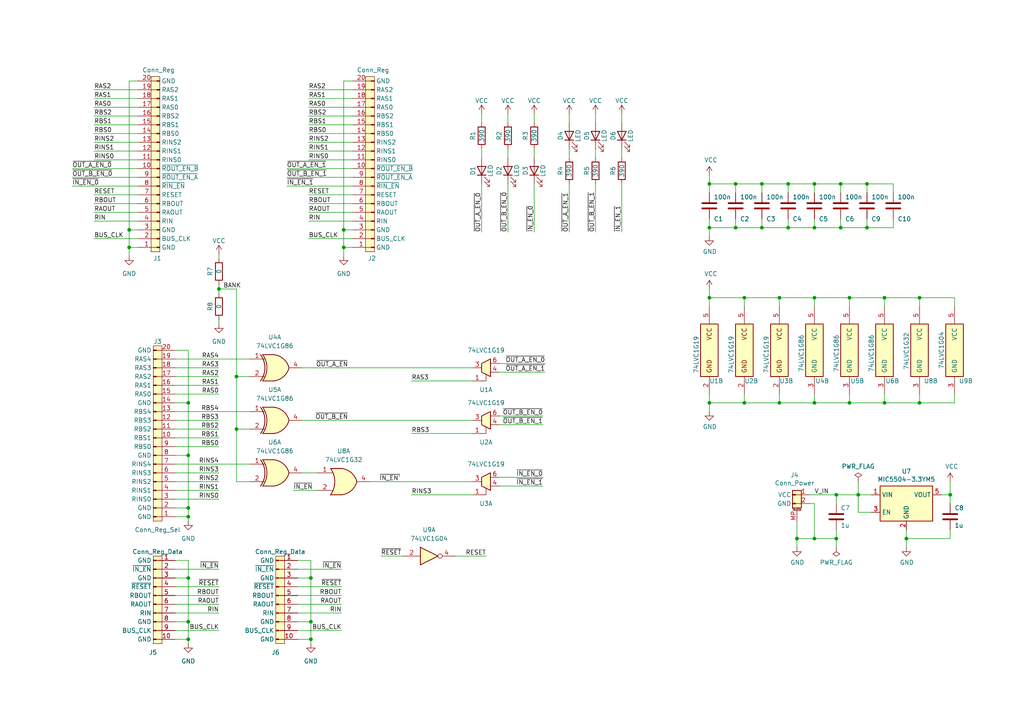
<source format=kicad_sch>
(kicad_sch (version 20211123) (generator eeschema)
  (paper "A4")
  (lib_symbols
    (symbol "Device:C" (pin_numbers hide) (pin_names (offset 0.254))
      (property "Reference" "C" (at 0.635 2.54 0))
      (property "Value" "C" (at 0.635 -2.54 0))
      (symbol "C_1_1"
        (pin passive line (at 0 3.81 270) (length 2.794) (name "~") (number "1"))
        (pin passive line (at 0 -3.81 90) (length 2.794) (name "~") (number "2"))
      )
    )
    (symbol "Device:LED" (pin_numbers hide) (pin_names (offset 1.016) hide)
      (property "Reference" "D" (at 0 2.54 0))
      (property "Value" "LED" (at 0 -2.54 0))
      (symbol "LED_1_1"
        (pin passive line (at -3.81 0 0) (length 2.54) (name "K") (number "1"))
        (pin passive line (at 3.81 0 180) (length 2.54) (name "A") (number "2"))
      )
    )
    (symbol "Device:R" (pin_numbers hide) (pin_names (offset 0))
      (property "Reference" "R" (at 2.032 0 90))
      (property "Value" "R" (at 0 0 90))
      (symbol "R_1_1"
        (pin passive line (at 0 3.81 270) (length 1.27) (name "~") (number "1"))
        (pin passive line (at 0 -3.81 90) (length 1.27) (name "~") (number "2"))
      )
    )
    (symbol "Regulator_Linear:MIC5504-3.3YM5"
      (property "Reference" "U" (at -7.62 8.89 0))
      (property "Value" "MIC5504-3.3YM5" (at -7.62 6.35 0))
      (symbol "MIC5504-3.3YM5_1_1"
        (pin power_in line (at -10.16 2.54 0) (length 2.54) (name "VIN") (number "1"))
        (pin power_in line (at 0 -7.62 90) (length 2.54) (name "GND") (number "2"))
        (pin input line (at -10.16 -2.54 0) (length 2.54) (name "EN") (number "3"))
        (pin no_connect line (at 7.62 -2.54 180) (length 2.54) hide (name "NC") (number "4"))
        (pin power_out line (at 10.16 2.54 180) (length 2.54) (name "VOUT") (number "5"))
      )
    )
    (symbol "power:GND" (power) (pin_names (offset 0))
      (property "Value" "GND" (at 0 -3.81 0))
      (symbol "GND_1_1"
        (pin power_in line (at 0 0 270) (length 0) hide (name "GND") (number "1"))
      )
    )
    (symbol "power:PWR_FLAG" (power) (pin_numbers hide) (pin_names (offset 0) hide)
      (property "Value" "PWR_FLAG" (at 0 3.81 0))
      (symbol "PWR_FLAG_0_0"
        (pin power_out line (at 0 0 90) (length 0) (name "pwr") (number "1"))
      )
    )
    (symbol "power:VCC" (power) (pin_names (offset 0))
      (property "Value" "VCC" (at 0 3.81 0))
      (symbol "VCC_1_1"
        (pin power_in line (at 0 0 90) (length 0) hide (name "VCC") (number "1"))
      )
    )
    (symbol "riscv-serial:74LVC1G04" (pin_names (offset 1.016))
      (property "Reference" "U" (at 0 -5.08 0))
      (property "Value" "74LVC1G04" (at -6.35 0 90))
      (symbol "74LVC1G04_1_0"
        (pin input line (at -7.62 0 0) (length 5.08) (name "~") (number "2"))
        (pin output inverted (at 7.62 0 180) (length 5.08) (name "~") (number "4"))
      )
      (symbol "74LVC1G04_2_0"
        (pin no_connect line (at 1.27 -12.7 90) (length 5.08) hide (name "~") (number "1"))
        (pin power_in line (at 0 -12.7 90) (length 5.08) (name "GND") (number "3"))
        (pin power_in line (at 0 12.7 270) (length 5.08) (name "VCC") (number "5"))
      )
    )
    (symbol "riscv-serial:74LVC1G19" (pin_names (offset 1.016) hide)
      (property "Reference" "U" (at 2.54 -7.62 0))
      (property "Value" "74LVC1G19" (at 12.7 -7.62 0))
      (symbol "74LVC1G19_1_1"
        (pin input line (at -3.81 -3.81 0) (length 2.54) (name "S") (number "1"))
        (pin input line (at -3.81 0 0) (length 2.54) (name "I") (number "3"))
        (pin output line (at 3.81 -1.27 180) (length 2.54) (name "Y1") (number "4"))
        (pin output line (at 3.81 1.27 180) (length 2.54) (name "Y0") (number "6"))
      )
      (symbol "74LVC1G19_2_0"
        (text " GND" (at 0 -6.35 900) (effects (font (size 1.27 1.27)) (justify left)))
        (text "VCC " (at 0 8.89 900) (effects (font (size 1.27 1.27)) (justify right)))
      )
      (symbol "74LVC1G19_2_1"
        (pin power_in line (at 0 -11.43 90) (length 5.08) (name "GND") (number "2"))
        (pin power_in line (at 0 13.97 270) (length 5.08) (name "VCC") (number "5"))
      )
    )
    (symbol "riscv-serial:74LVC1G32" (pin_names (offset 1.016))
      (property "Reference" "U" (at -0.762 -0.762 0))
      (property "Value" "74LVC1G32" (at -0.762 -0.762 0))
      (symbol "74LVC1G32_1_1"
        (pin input line (at -7.62 2.54 0) (length 4.318) (name "~") (number "1"))
        (pin input line (at -7.62 -2.54 0) (length 4.318) (name "~") (number "2"))
        (pin output line (at 7.62 0 180) (length 3.81) (name "~") (number "4"))
      )
      (symbol "74LVC1G32_2_0"
        (pin power_in line (at 0 -12.7 90) (length 5.08) (name "GND") (number "3"))
        (pin power_in line (at 0 12.7 270) (length 5.08) (name "VCC") (number "5"))
      )
    )
    (symbol "riscv-serial:74LVC1G86" (pin_names (offset 1.016))
      (property "Reference" "U" (at -0.762 -0.762 0))
      (property "Value" "74LVC1G86" (at -0.762 -0.762 0))
      (symbol "74LVC1G86_1_1"
        (pin input line (at -7.62 2.54 0) (length 4.318) (name "~") (number "1"))
        (pin input line (at -7.62 -2.54 0) (length 4.318) (name "~") (number "2"))
        (pin output line (at 7.62 0 180) (length 3.81) (name "~") (number "4"))
      )
      (symbol "74LVC1G86_2_0"
        (pin power_in line (at 0 -12.7 90) (length 5.08) (name "GND") (number "3"))
        (pin power_in line (at 0 12.7 270) (length 5.08) (name "VCC") (number "5"))
      )
    )
    (symbol "riscv-serial:Conn_Power" (pin_names (offset 1.651))
      (property "Reference" "J" (at -5.08 -5.08 0))
      (property "Value" "Conn_Power" (at -7.62 0 90))
      (symbol "Conn_Power_1_1"
        (text "Mounting" (at 0 -2.921 0) (effects (font (size 0.381 0.381))))
        (pin passive line (at 3.81 1.27 180) (length 3.81) (name "VCC") (number "1"))
        (pin passive line (at 3.81 -1.27 180) (length 3.81) (name "GND") (number "2"))
        (pin passive line (at 0 -6.35 90) (length 3.048) (name "~") (number "MP"))
      )
    )
    (symbol "riscv-serial:Conn_Reg" (pin_names (offset 1.778))
      (property "Reference" "J" (at 0 25.4 0))
      (property "Value" "Conn_Reg" (at 0 -27.94 0))
      (symbol "Conn_Reg_1_1"
        (pin passive line (at 6.35 -25.4 180) (length 5.08) (name "GND") (number "1"))
        (pin passive line (at 6.35 -2.54 180) (length 5.08) (name "~{ROUT_EN_B}") (number "10"))
        (pin passive line (at 6.35 0 180) (length 5.08) (name "RINS0") (number "11"))
        (pin passive line (at 6.35 2.54 180) (length 5.08) (name "RINS1") (number "12"))
        (pin passive line (at 6.35 5.08 180) (length 5.08) (name "RINS2") (number "13"))
        (pin passive line (at 6.35 7.62 180) (length 5.08) (name "RBS0") (number "14"))
        (pin passive line (at 6.35 10.16 180) (length 5.08) (name "RBS1") (number "15"))
        (pin passive line (at 6.35 12.7 180) (length 5.08) (name "RBS2") (number "16"))
        (pin passive line (at 6.35 15.24 180) (length 5.08) (name "RAS0") (number "17"))
        (pin passive line (at 6.35 17.78 180) (length 5.08) (name "RAS1") (number "18"))
        (pin passive line (at 6.35 20.32 180) (length 5.08) (name "RAS2") (number "19"))
        (pin passive line (at 6.35 -22.86 180) (length 5.08) (name "BUS_CLK") (number "2"))
        (pin passive line (at 6.35 22.86 180) (length 5.08) (name "GND") (number "20"))
        (pin passive line (at 6.35 -20.32 180) (length 5.08) (name "GND") (number "3"))
        (pin passive line (at 6.35 -17.78 180) (length 5.08) (name "RIN") (number "4"))
        (pin passive line (at 6.35 -15.24 180) (length 5.08) (name "RAOUT") (number "5"))
        (pin passive line (at 6.35 -12.7 180) (length 5.08) (name "RBOUT") (number "6"))
        (pin passive line (at 6.35 -10.16 180) (length 5.08) (name "RESET") (number "7"))
        (pin passive line (at 6.35 -7.62 180) (length 5.08) (name "~{RIN_EN}") (number "8"))
        (pin passive line (at 6.35 -5.08 180) (length 5.08) (name "~{ROUT_EN_A}") (number "9"))
      )
    )
    (symbol "riscv-serial:Conn_Reg_Data" (pin_names (offset 1.778))
      (property "Reference" "J" (at 0 12.7 0))
      (property "Value" "Conn_Reg_Data" (at 0 -15.24 0))
      (symbol "Conn_Reg_Data_1_1"
        (pin passive line (at 6.35 10.16 180) (length 5.08) (name "GND") (number "1"))
        (pin passive line (at 6.35 -12.7 180) (length 5.08) (name "GND") (number "10"))
        (pin passive line (at 6.35 7.62 180) (length 5.08) (name "~{IN_EN}") (number "2"))
        (pin passive line (at 6.35 5.08 180) (length 5.08) (name "GND") (number "3"))
        (pin passive line (at 6.35 2.54 180) (length 5.08) (name "~{RESET}") (number "4"))
        (pin passive line (at 6.35 0 180) (length 5.08) (name "RBOUT") (number "5"))
        (pin passive line (at 6.35 -2.54 180) (length 5.08) (name "RAOUT") (number "6"))
        (pin passive line (at 6.35 -5.08 180) (length 5.08) (name "RIN") (number "7"))
        (pin passive line (at 6.35 -7.62 180) (length 5.08) (name "GND") (number "8"))
        (pin passive line (at 6.35 -10.16 180) (length 5.08) (name "BUS_CLK") (number "9"))
      )
    )
    (symbol "riscv-serial:Conn_Reg_Sel" (pin_names (offset 1.778))
      (property "Reference" "J" (at 1.27 12.7 0))
      (property "Value" "Conn_Reg_Sel" (at 1.27 -40.64 0))
      (symbol "Conn_Reg_Sel_1_1"
        (pin passive line (at 6.35 10.16 180) (length 5.08) (name "GND") (number "1"))
        (pin passive line (at 6.35 -12.7 180) (length 5.08) (name "RBS1") (number "10"))
        (pin passive line (at 6.35 -15.24 180) (length 5.08) (name "RBS2") (number "11"))
        (pin passive line (at 6.35 -17.78 180) (length 5.08) (name "RBS3") (number "12"))
        (pin passive line (at 6.35 -20.32 180) (length 5.08) (name "RBS4") (number "13"))
        (pin passive line (at 6.35 -22.86 180) (length 5.08) (name "GND") (number "14"))
        (pin passive line (at 6.35 -25.4 180) (length 5.08) (name "RAS0") (number "15"))
        (pin passive line (at 6.35 -27.94 180) (length 5.08) (name "RAS1") (number "16"))
        (pin passive line (at 6.35 -30.48 180) (length 5.08) (name "RAS2") (number "17"))
        (pin passive line (at 6.35 -33.02 180) (length 5.08) (name "RAS3") (number "18"))
        (pin passive line (at 6.35 -35.56 180) (length 5.08) (name "RAS4") (number "19"))
        (pin passive line (at 6.35 7.62 180) (length 5.08) (name "GND") (number "2"))
        (pin passive line (at 6.35 -38.1 180) (length 5.08) (name "GND") (number "20"))
        (pin passive line (at 6.35 5.08 180) (length 5.08) (name "RINS0") (number "3"))
        (pin passive line (at 6.35 2.54 180) (length 5.08) (name "RINS1") (number "4"))
        (pin passive line (at 6.35 0 180) (length 5.08) (name "RINS2") (number "5"))
        (pin passive line (at 6.35 -2.54 180) (length 5.08) (name "RINS3") (number "6"))
        (pin passive line (at 6.35 -5.08 180) (length 5.08) (name "RINS4") (number "7"))
        (pin passive line (at 6.35 -7.62 180) (length 5.08) (name "GND") (number "8"))
        (pin passive line (at 6.35 -10.16 180) (length 5.08) (name "RBS0") (number "9"))
      )
    )
  )
  (junction (at 213.36 53.34))
  (junction (at 228.6 66.04))
  (junction (at 236.22 116.84))
  (junction (at 63.5 83.82))
  (junction (at 37.465 71.755))
  (junction (at 220.98 53.34))
  (junction (at 242.57 143.51))
  (junction (at 54.61 132.08))
  (junction (at 99.695 66.675))
  (junction (at 213.36 66.04))
  (junction (at 262.89 156.21))
  (junction (at 226.06 116.84))
  (junction (at 243.84 66.04))
  (junction (at 205.74 66.04))
  (junction (at 205.74 116.84))
  (junction (at 251.46 53.34))
  (junction (at 231.14 156.21))
  (junction (at 37.465 66.675))
  (junction (at 90.17 167.64))
  (junction (at 90.17 180.34))
  (junction (at 90.17 185.42))
  (junction (at 54.61 116.84))
  (junction (at 236.22 156.21))
  (junction (at 243.84 53.34))
  (junction (at 251.46 66.04))
  (junction (at 246.38 86.36))
  (junction (at 236.22 86.36))
  (junction (at 68.58 124.46))
  (junction (at 99.695 71.755))
  (junction (at 266.7 116.84))
  (junction (at 205.74 53.34))
  (junction (at 236.22 66.04))
  (junction (at 236.22 53.34))
  (junction (at 54.61 167.64))
  (junction (at 228.6 53.34))
  (junction (at 256.54 86.36))
  (junction (at 220.98 66.04))
  (junction (at 242.57 156.21))
  (junction (at 256.54 116.84))
  (junction (at 54.61 149.86))
  (junction (at 215.9 86.36))
  (junction (at 54.61 147.32))
  (junction (at 266.7 86.36))
  (junction (at 248.92 143.51))
  (junction (at 205.74 86.36))
  (junction (at 54.61 185.42))
  (junction (at 226.06 86.36))
  (junction (at 275.59 143.51))
  (junction (at 54.61 180.34))
  (junction (at 246.38 116.84))
  (junction (at 68.58 109.22))
  (junction (at 215.9 116.84))
  (wire (pts (xy 262.89 153.67) (xy 262.89 156.21)))
  (wire (pts (xy 226.06 86.36) (xy 236.22 86.36)))
  (wire (pts (xy 266.7 86.36) (xy 266.7 88.9)))
  (wire (pts (xy 243.84 53.34) (xy 251.46 53.34)))
  (wire (pts (xy 259.08 66.04) (xy 259.08 63.5)))
  (wire (pts (xy 37.465 66.675) (xy 37.465 71.755)))
  (wire (pts (xy 86.36 162.56) (xy 90.17 162.56)))
  (wire (pts (xy 54.61 149.86) (xy 54.61 151.13)))
  (wire (pts (xy 63.5 177.8) (xy 50.8 177.8)))
  (wire (pts (xy 68.58 83.82) (xy 63.5 83.82)))
  (wire (pts (xy 205.74 66.04) (xy 205.74 68.58)))
  (wire (pts (xy 63.5 82.55) (xy 63.5 83.82)))
  (wire (pts (xy 27.305 43.815) (xy 40.005 43.815)))
  (wire (pts (xy 165.1 53.34) (xy 165.1 67.31)))
  (wire (pts (xy 54.61 167.64) (xy 54.61 180.34)))
  (wire (pts (xy 228.6 53.34) (xy 236.22 53.34)))
  (wire (pts (xy 242.57 143.51) (xy 248.92 143.51)))
  (wire (pts (xy 63.5 144.78) (xy 50.8 144.78)))
  (wire (pts (xy 89.535 69.215) (xy 102.235 69.215)))
  (wire (pts (xy 231.14 156.21) (xy 236.22 156.21)))
  (wire (pts (xy 63.5 137.16) (xy 50.8 137.16)))
  (wire (pts (xy 85.09 142.24) (xy 92.075 142.24)))
  (wire (pts (xy 89.535 31.115) (xy 102.235 31.115)))
  (wire (pts (xy 63.5 121.92) (xy 50.8 121.92)))
  (wire (pts (xy 236.22 63.5) (xy 236.22 66.04)))
  (wire (pts (xy 99.06 172.72) (xy 86.36 172.72)))
  (wire (pts (xy 251.46 66.04) (xy 259.08 66.04)))
  (wire (pts (xy 231.14 156.21) (xy 231.14 158.75)))
  (wire (pts (xy 27.305 26.035) (xy 40.005 26.035)))
  (wire (pts (xy 213.36 63.5) (xy 213.36 66.04)))
  (wire (pts (xy 68.58 124.46) (xy 72.39 124.46)))
  (wire (pts (xy 63.5 129.54) (xy 50.8 129.54)))
  (wire (pts (xy 54.61 147.32) (xy 50.8 147.32)))
  (wire (pts (xy 243.84 66.04) (xy 243.84 63.5)))
  (wire (pts (xy 172.72 33.02) (xy 172.72 35.56)))
  (wire (pts (xy 275.59 156.21) (xy 262.89 156.21)))
  (wire (pts (xy 68.58 139.7) (xy 72.39 139.7)))
  (wire (pts (xy 242.57 146.05) (xy 242.57 143.51)))
  (wire (pts (xy 251.46 66.04) (xy 251.46 63.5)))
  (wire (pts (xy 54.61 116.84) (xy 50.8 116.84)))
  (wire (pts (xy 226.06 86.36) (xy 226.06 88.9)))
  (wire (pts (xy 213.36 53.34) (xy 220.98 53.34)))
  (wire (pts (xy 154.94 43.18) (xy 154.94 45.72)))
  (wire (pts (xy 99.695 23.495) (xy 99.695 66.675)))
  (wire (pts (xy 89.535 38.735) (xy 102.235 38.735)))
  (wire (pts (xy 90.17 167.64) (xy 90.17 180.34)))
  (wire (pts (xy 63.5 92.71) (xy 63.5 93.98)))
  (wire (pts (xy 266.7 116.84) (xy 276.86 116.84)))
  (wire (pts (xy 234.95 143.51) (xy 242.57 143.51)))
  (wire (pts (xy 266.7 86.36) (xy 276.86 86.36)))
  (wire (pts (xy 54.61 149.86) (xy 50.8 149.86)))
  (wire (pts (xy 205.74 55.88) (xy 205.74 53.34)))
  (wire (pts (xy 256.54 116.84) (xy 256.54 114.3)))
  (wire (pts (xy 252.73 148.59) (xy 248.92 148.59)))
  (wire (pts (xy 89.535 46.355) (xy 102.235 46.355)))
  (wire (pts (xy 99.06 177.8) (xy 86.36 177.8)))
  (wire (pts (xy 40.005 23.495) (xy 37.465 23.495)))
  (wire (pts (xy 139.7 53.34) (xy 139.7 67.31)))
  (wire (pts (xy 99.06 175.26) (xy 86.36 175.26)))
  (wire (pts (xy 99.695 66.675) (xy 102.235 66.675)))
  (wire (pts (xy 89.535 28.575) (xy 102.235 28.575)))
  (wire (pts (xy 251.46 53.34) (xy 251.46 55.88)))
  (wire (pts (xy 99.695 71.755) (xy 102.235 71.755)))
  (wire (pts (xy 27.305 61.595) (xy 40.005 61.595)))
  (wire (pts (xy 144.78 105.41) (xy 158.115 105.41)))
  (wire (pts (xy 54.61 132.08) (xy 54.61 147.32)))
  (wire (pts (xy 20.955 48.895) (xy 40.005 48.895)))
  (wire (pts (xy 37.465 71.755) (xy 37.465 74.295)))
  (wire (pts (xy 89.535 36.195) (xy 102.235 36.195)))
  (wire (pts (xy 27.305 33.655) (xy 40.005 33.655)))
  (wire (pts (xy 50.8 104.14) (xy 72.39 104.14)))
  (wire (pts (xy 90.17 185.42) (xy 90.17 186.69)))
  (wire (pts (xy 236.22 66.04) (xy 243.84 66.04)))
  (wire (pts (xy 54.61 180.34) (xy 54.61 185.42)))
  (wire (pts (xy 63.5 142.24) (xy 50.8 142.24)))
  (wire (pts (xy 226.06 116.84) (xy 236.22 116.84)))
  (wire (pts (xy 63.5 139.7) (xy 50.8 139.7)))
  (wire (pts (xy 205.74 86.36) (xy 215.9 86.36)))
  (wire (pts (xy 236.22 53.34) (xy 243.84 53.34)))
  (wire (pts (xy 63.5 109.22) (xy 50.8 109.22)))
  (wire (pts (xy 144.78 120.65) (xy 157.48 120.65)))
  (wire (pts (xy 83.185 53.975) (xy 102.235 53.975)))
  (wire (pts (xy 205.74 53.34) (xy 213.36 53.34)))
  (wire (pts (xy 63.5 165.1) (xy 50.8 165.1)))
  (wire (pts (xy 228.6 66.04) (xy 236.22 66.04)))
  (wire (pts (xy 243.84 53.34) (xy 243.84 55.88)))
  (wire (pts (xy 215.9 86.36) (xy 215.9 88.9)))
  (wire (pts (xy 99.06 170.18) (xy 86.36 170.18)))
  (wire (pts (xy 27.305 64.135) (xy 40.005 64.135)))
  (wire (pts (xy 50.8 101.6) (xy 54.61 101.6)))
  (wire (pts (xy 276.86 116.84) (xy 276.86 114.3)))
  (wire (pts (xy 68.58 124.46) (xy 68.58 139.7)))
  (wire (pts (xy 248.92 148.59) (xy 248.92 143.51)))
  (wire (pts (xy 256.54 86.36) (xy 266.7 86.36)))
  (wire (pts (xy 236.22 116.84) (xy 246.38 116.84)))
  (wire (pts (xy 231.14 151.13) (xy 231.14 156.21)))
  (wire (pts (xy 228.6 53.34) (xy 228.6 55.88)))
  (wire (pts (xy 220.98 66.04) (xy 228.6 66.04)))
  (wire (pts (xy 63.5 124.46) (xy 50.8 124.46)))
  (wire (pts (xy 90.17 162.56) (xy 90.17 167.64)))
  (wire (pts (xy 139.7 43.18) (xy 139.7 45.72)))
  (wire (pts (xy 275.59 153.67) (xy 275.59 156.21)))
  (wire (pts (xy 20.955 51.435) (xy 40.005 51.435)))
  (wire (pts (xy 89.535 33.655) (xy 102.235 33.655)))
  (wire (pts (xy 89.535 61.595) (xy 102.235 61.595)))
  (wire (pts (xy 205.74 66.04) (xy 213.36 66.04)))
  (wire (pts (xy 144.78 140.97) (xy 157.48 140.97)))
  (wire (pts (xy 147.32 33.02) (xy 147.32 35.56)))
  (wire (pts (xy 89.535 56.515) (xy 102.235 56.515)))
  (wire (pts (xy 90.17 167.64) (xy 86.36 167.64)))
  (wire (pts (xy 248.92 139.7) (xy 248.92 143.51)))
  (wire (pts (xy 236.22 86.36) (xy 236.22 88.9)))
  (wire (pts (xy 50.8 134.62) (xy 72.39 134.62)))
  (wire (pts (xy 54.61 162.56) (xy 54.61 167.64)))
  (wire (pts (xy 246.38 86.36) (xy 256.54 86.36)))
  (wire (pts (xy 248.92 143.51) (xy 252.73 143.51)))
  (wire (pts (xy 99.695 66.675) (xy 99.695 71.755)))
  (wire (pts (xy 27.305 69.215) (xy 40.005 69.215)))
  (wire (pts (xy 275.59 143.51) (xy 273.05 143.51)))
  (wire (pts (xy 119.38 143.51) (xy 137.16 143.51)))
  (wire (pts (xy 220.98 63.5) (xy 220.98 66.04)))
  (wire (pts (xy 99.695 71.755) (xy 99.695 74.295)))
  (wire (pts (xy 144.78 107.95) (xy 158.115 107.95)))
  (wire (pts (xy 54.61 132.08) (xy 50.8 132.08)))
  (wire (pts (xy 180.34 53.34) (xy 180.34 67.31)))
  (wire (pts (xy 89.535 59.055) (xy 102.235 59.055)))
  (wire (pts (xy 243.84 66.04) (xy 251.46 66.04)))
  (wire (pts (xy 215.9 86.36) (xy 226.06 86.36)))
  (wire (pts (xy 54.61 147.32) (xy 54.61 149.86)))
  (wire (pts (xy 205.74 116.84) (xy 205.74 119.38)))
  (wire (pts (xy 251.46 53.34) (xy 259.08 53.34)))
  (wire (pts (xy 205.74 114.3) (xy 205.74 116.84)))
  (wire (pts (xy 63.5 182.88) (xy 50.8 182.88)))
  (wire (pts (xy 27.305 59.055) (xy 40.005 59.055)))
  (wire (pts (xy 266.7 116.84) (xy 266.7 114.3)))
  (wire (pts (xy 27.305 36.195) (xy 40.005 36.195)))
  (wire (pts (xy 262.89 156.21) (xy 262.89 158.75)))
  (wire (pts (xy 132.08 161.29) (xy 140.97 161.29)))
  (wire (pts (xy 236.22 53.34) (xy 236.22 55.88)))
  (wire (pts (xy 236.22 156.21) (xy 242.57 156.21)))
  (wire (pts (xy 63.5 175.26) (xy 50.8 175.26)))
  (wire (pts (xy 228.6 66.04) (xy 228.6 63.5)))
  (wire (pts (xy 107.315 139.7) (xy 137.16 139.7)))
  (wire (pts (xy 139.7 33.02) (xy 139.7 35.56)))
  (wire (pts (xy 54.61 101.6) (xy 54.61 116.84)))
  (wire (pts (xy 246.38 86.36) (xy 246.38 88.9)))
  (wire (pts (xy 63.5 73.66) (xy 63.5 74.93)))
  (wire (pts (xy 275.59 139.7) (xy 275.59 143.51)))
  (wire (pts (xy 54.61 167.64) (xy 50.8 167.64)))
  (wire (pts (xy 213.36 53.34) (xy 213.36 55.88)))
  (wire (pts (xy 242.57 153.67) (xy 242.57 156.21)))
  (wire (pts (xy 83.185 51.435) (xy 102.235 51.435)))
  (wire (pts (xy 256.54 86.36) (xy 256.54 88.9)))
  (wire (pts (xy 220.98 53.34) (xy 220.98 55.88)))
  (wire (pts (xy 89.535 64.135) (xy 102.235 64.135)))
  (wire (pts (xy 20.955 53.975) (xy 40.005 53.975)))
  (wire (pts (xy 63.5 172.72) (xy 50.8 172.72)))
  (wire (pts (xy 90.17 180.34) (xy 90.17 185.42)))
  (wire (pts (xy 242.57 158.75) (xy 242.57 156.21)))
  (wire (pts (xy 275.59 146.05) (xy 275.59 143.51)))
  (wire (pts (xy 205.74 116.84) (xy 215.9 116.84)))
  (wire (pts (xy 165.1 33.02) (xy 165.1 35.56)))
  (wire (pts (xy 236.22 86.36) (xy 246.38 86.36)))
  (wire (pts (xy 87.63 121.92) (xy 137.16 121.92)))
  (wire (pts (xy 27.305 56.515) (xy 40.005 56.515)))
  (wire (pts (xy 50.8 119.38) (xy 72.39 119.38)))
  (wire (pts (xy 215.9 116.84) (xy 226.06 116.84)))
  (wire (pts (xy 246.38 116.84) (xy 256.54 116.84)))
  (wire (pts (xy 220.98 53.34) (xy 228.6 53.34)))
  (wire (pts (xy 54.61 180.34) (xy 50.8 180.34)))
  (wire (pts (xy 87.63 137.16) (xy 92.075 137.16)))
  (wire (pts (xy 172.72 43.18) (xy 172.72 45.72)))
  (wire (pts (xy 165.1 43.18) (xy 165.1 45.72)))
  (wire (pts (xy 63.5 170.18) (xy 50.8 170.18)))
  (wire (pts (xy 205.74 63.5) (xy 205.74 66.04)))
  (wire (pts (xy 99.06 165.1) (xy 86.36 165.1)))
  (wire (pts (xy 90.17 180.34) (xy 86.36 180.34)))
  (wire (pts (xy 205.74 50.8) (xy 205.74 53.34)))
  (wire (pts (xy 37.465 66.675) (xy 40.005 66.675)))
  (wire (pts (xy 90.17 185.42) (xy 86.36 185.42)))
  (wire (pts (xy 205.74 88.9) (xy 205.74 86.36)))
  (wire (pts (xy 154.94 53.34) (xy 154.94 67.31)))
  (wire (pts (xy 63.5 111.76) (xy 50.8 111.76)))
  (wire (pts (xy 119.38 110.49) (xy 137.16 110.49)))
  (wire (pts (xy 27.305 31.115) (xy 40.005 31.115)))
  (wire (pts (xy 102.235 23.495) (xy 99.695 23.495)))
  (wire (pts (xy 234.95 146.05) (xy 236.22 146.05)))
  (wire (pts (xy 68.58 109.22) (xy 68.58 124.46)))
  (wire (pts (xy 180.34 33.02) (xy 180.34 35.56)))
  (wire (pts (xy 226.06 116.84) (xy 226.06 114.3)))
  (wire (pts (xy 89.535 26.035) (xy 102.235 26.035)))
  (wire (pts (xy 54.61 185.42) (xy 54.61 186.69)))
  (wire (pts (xy 37.465 23.495) (xy 37.465 66.675)))
  (wire (pts (xy 27.305 28.575) (xy 40.005 28.575)))
  (wire (pts (xy 50.8 162.56) (xy 54.61 162.56)))
  (wire (pts (xy 144.78 138.43) (xy 157.48 138.43)))
  (wire (pts (xy 172.72 53.34) (xy 172.72 67.31)))
  (wire (pts (xy 215.9 114.3) (xy 215.9 116.84)))
  (wire (pts (xy 154.94 33.02) (xy 154.94 35.56)))
  (wire (pts (xy 180.34 43.18) (xy 180.34 45.72)))
  (wire (pts (xy 147.32 53.34) (xy 147.32 67.31)))
  (wire (pts (xy 256.54 116.84) (xy 266.7 116.84)))
  (wire (pts (xy 89.535 43.815) (xy 102.235 43.815)))
  (wire (pts (xy 63.5 127) (xy 50.8 127)))
  (wire (pts (xy 27.305 46.355) (xy 40.005 46.355)))
  (wire (pts (xy 276.86 86.36) (xy 276.86 88.9)))
  (wire (pts (xy 63.5 83.82) (xy 63.5 85.09)))
  (wire (pts (xy 147.32 43.18) (xy 147.32 45.72)))
  (wire (pts (xy 89.535 41.275) (xy 102.235 41.275)))
  (wire (pts (xy 236.22 114.3) (xy 236.22 116.84)))
  (wire (pts (xy 99.06 182.88) (xy 86.36 182.88)))
  (wire (pts (xy 213.36 66.04) (xy 220.98 66.04)))
  (wire (pts (xy 27.305 41.275) (xy 40.005 41.275)))
  (wire (pts (xy 119.38 125.73) (xy 137.16 125.73)))
  (wire (pts (xy 27.305 38.735) (xy 40.005 38.735)))
  (wire (pts (xy 63.5 106.68) (xy 50.8 106.68)))
  (wire (pts (xy 246.38 114.3) (xy 246.38 116.84)))
  (wire (pts (xy 72.39 109.22) (xy 68.58 109.22)))
  (wire (pts (xy 110.49 161.29) (xy 116.84 161.29)))
  (wire (pts (xy 87.63 106.68) (xy 137.16 106.68)))
  (wire (pts (xy 236.22 146.05) (xy 236.22 156.21)))
  (wire (pts (xy 83.185 48.895) (xy 102.235 48.895)))
  (wire (pts (xy 63.5 114.3) (xy 50.8 114.3)))
  (wire (pts (xy 54.61 116.84) (xy 54.61 132.08)))
  (wire (pts (xy 37.465 71.755) (xy 40.005 71.755)))
  (wire (pts (xy 54.61 185.42) (xy 50.8 185.42)))
  (wire (pts (xy 259.08 53.34) (xy 259.08 55.88)))
  (wire (pts (xy 144.78 123.19) (xy 157.48 123.19)))
  (wire (pts (xy 205.74 83.82) (xy 205.74 86.36)))
  (wire (pts (xy 68.58 83.82) (xy 68.58 109.22)))
  (label "~{OUT_B_EN_0}" (at 157.48 120.65 180))
  (label "~{IN_EN_0}" (at 157.48 138.43 180))
  (label "RINS0" (at 89.535 46.355 0))
  (label "~{OUT_B_EN_0}" (at 20.955 51.435 0))
  (label "RAS3" (at 63.5 106.68 180))
  (label "RAS1" (at 27.305 28.575 0))
  (label "BANK" (at 64.77 83.82 0))
  (label "~{OUT_B_EN_1}" (at 83.185 51.435 0))
  (label "~{OUT_B_EN_0}" (at 147.32 67.31 90))
  (label "RINS1" (at 27.305 43.815 0))
  (label "RAOUT" (at 27.305 61.595 0))
  (label "RBOUT" (at 63.5 172.72 180))
  (label "RAS3" (at 119.38 110.49 0))
  (label "RINS0" (at 63.5 144.78 180))
  (label "~{IN_EN_1}" (at 180.34 67.31 90))
  (label "BUS_CLK" (at 63.5 182.88 180))
  (label "RBS1" (at 27.305 36.195 0))
  (label "RAS4" (at 63.5 104.14 180))
  (label "~{RESET}" (at 99.06 170.18 180))
  (label "RBS0" (at 27.305 38.735 0))
  (label "RESET" (at 140.97 161.29 180))
  (label "~{RESET}" (at 110.49 161.29 0))
  (label "~{IN_EN}" (at 85.09 142.24 0))
  (label "RINS2" (at 27.305 41.275 0))
  (label "~{OUT_A_EN_0}" (at 20.955 48.895 0))
  (label "RAS1" (at 63.5 111.76 180))
  (label "RAS2" (at 89.535 26.035 0))
  (label "~{IN_EN_0}" (at 154.94 67.31 90))
  (label "RAS1" (at 89.535 28.575 0))
  (label "RIN" (at 63.5 177.8 180))
  (label "BUS_CLK" (at 27.305 69.215 0))
  (label "RINS0" (at 27.305 46.355 0))
  (label "RINS3" (at 119.38 143.51 0))
  (label "RBOUT" (at 99.06 172.72 180))
  (label "RIN" (at 99.06 177.8 180))
  (label "~{OUT_A_EN_1}" (at 158.115 107.95 180))
  (label "RBS2" (at 63.5 124.46 180))
  (label "~{OUT_B_EN_1}" (at 157.48 123.19 180))
  (label "RAS0" (at 63.5 114.3 180))
  (label "RAS2" (at 27.305 26.035 0))
  (label "RIN" (at 27.305 64.135 0))
  (label "~{IN_EN_1}" (at 83.185 53.975 0))
  (label "RAOUT" (at 89.535 61.595 0))
  (label "~{OUT_B_EN_1}" (at 172.72 67.31 90))
  (label "~{IN_EN'}" (at 116.205 139.7 180))
  (label "RBOUT" (at 89.535 59.055 0))
  (label "RINS1" (at 63.5 142.24 180))
  (label "RAS0" (at 27.305 31.115 0))
  (label "~{IN_EN_0}" (at 20.955 53.975 0))
  (label "RESET" (at 27.305 56.515 0))
  (label "~{IN_EN_1}" (at 157.48 140.97 180))
  (label "RINS2" (at 89.535 41.275 0))
  (label "RESET" (at 89.535 56.515 0))
  (label "~{OUT_A_EN}" (at 100.965 106.68 180))
  (label "~{IN_EN}" (at 63.5 165.1 180))
  (label "RBS2" (at 27.305 33.655 0))
  (label "RBS0" (at 89.535 38.735 0))
  (label "RAS0" (at 89.535 31.115 0))
  (label "RINS4" (at 63.5 134.62 180))
  (label "RBS1" (at 63.5 127 180))
  (label "RBS0" (at 63.5 129.54 180))
  (label "~{IN_EN}" (at 99.06 165.1 180))
  (label "RAOUT" (at 99.06 175.26 180))
  (label "RINS1" (at 89.535 43.815 0))
  (label "RAS2" (at 63.5 109.22 180))
  (label "~{OUT_A_EN_0}" (at 158.115 105.41 180))
  (label "V_IN" (at 236.22 143.51 0))
  (label "RINS2" (at 63.5 139.7 180))
  (label "~{RESET}" (at 63.5 170.18 180))
  (label "RINS3" (at 63.5 137.16 180))
  (label "RBS3" (at 63.5 121.92 180))
  (label "RBS2" (at 89.535 33.655 0))
  (label "RAOUT" (at 63.5 175.26 180))
  (label "RIN" (at 89.535 64.135 0))
  (label "BUS_CLK" (at 99.06 182.88 180))
  (label "~{OUT_A_EN_1}" (at 165.1 67.31 90))
  (label "BUS_CLK" (at 89.535 69.215 0))
  (label "~{OUT_A_EN_0}" (at 139.7 67.31 90))
  (label "~{OUT_A_EN_1}" (at 83.185 48.895 0))
  (label "RBS3" (at 119.38 125.73 0))
  (label "RBOUT" (at 27.305 59.055 0))
  (label "RBS4" (at 63.5 119.38 180))
  (label "~{OUT_B_EN}" (at 100.965 121.92 180))
  (label "RBS1" (at 89.535 36.195 0))
  (symbol (lib_id "power:GND") (at 63.5 93.98 0) (unit 1)
    (property "Reference" "#PWR0101" (effects hide))
    (property "Value" "GND" (at 63.5 99.06 0))
  )
  (symbol (lib_id "riscv-serial:74LVC1G86") (at 256.54 101.6 0) (unit 2)
    (property "Reference" "U6" (at 256.794 110.49 0) (effects (justify left)))
    (property "Value" "74LVC1G86" (at 252.73 107.95 90) (effects (justify left)))
    (property "Footprint" "Package_TO_SOT_SMD:SOT-23-5_HandSoldering" (effects hide))
  )
  (symbol (lib_id "power:GND") (at 54.61 151.13 0) (mirror y) (unit 1)
    (property "Reference" "#PWR014" (effects hide))
    (property "Value" "GND" (at 54.61 156.21 0))
  )
  (symbol (lib_id "power:GND") (at 99.695 74.295 0) (unit 1)
    (property "Reference" "#PWR05" (effects hide))
    (property "Value" "GND" (at 99.695 79.375 0))
  )
  (symbol (lib_id "riscv-serial:74LVC1G19") (at 140.97 106.68 0) (unit 1)
    (property "Reference" "U1" (at 140.97 113.03 0))
    (property "Value" "74LVC1G19" (at 140.97 101.6 0))
    (property "Footprint" "Package_TO_SOT_SMD:SOT-23-6_Handsoldering" (effects hide))
  )
  (symbol (lib_id "riscv-serial:74LVC1G86") (at 80.01 137.16 0) (unit 1)
    (property "Reference" "U6" (at 79.6925 128.27 0))
    (property "Value" "74LVC1G86" (at 79.6925 130.81 0))
    (property "Footprint" "Package_TO_SOT_SMD:SOT-23-5_HandSoldering" (effects hide))
  )
  (symbol (lib_id "riscv-serial:74LVC1G19") (at 140.97 139.7 0) (unit 1)
    (property "Reference" "U3" (at 140.97 146.05 0))
    (property "Value" "74LVC1G19" (at 140.97 134.62 0))
    (property "Footprint" "Package_TO_SOT_SMD:SOT-23-6_Handsoldering" (effects hide))
  )
  (symbol (lib_id "power:VCC") (at 205.74 50.8 0) (unit 1)
    (property "Reference" "#PWR01" (effects hide))
    (property "Value" "VCC" (at 206.1718 46.4058 0))
  )
  (symbol (lib_id "Device:R") (at 63.5 88.9 180) (unit 1)
    (property "Reference" "R8" (at 60.96 88.9 90))
    (property "Value" "0" (at 63.5 88.9 90))
    (property "Footprint" "Resistor_SMD:R_0805_2012Metric_Pad1.20x1.40mm_HandSolder" (effects hide))
  )
  (symbol (lib_id "power:VCC") (at 63.5 73.66 0) (unit 1)
    (property "Reference" "#PWR0102" (effects hide))
    (property "Value" "VCC" (at 63.5 69.85 0))
  )
  (symbol (lib_id "riscv-serial:74LVC1G86") (at 246.38 101.6 0) (unit 2)
    (property "Reference" "U5" (at 246.634 110.49 0) (effects (justify left)))
    (property "Value" "74LVC1G86" (at 242.57 107.95 90) (effects (justify left)))
    (property "Footprint" "Package_TO_SOT_SMD:SOT-23-5_HandSoldering" (effects hide))
  )
  (symbol (lib_id "power:GND") (at 205.74 119.38 0) (unit 1)
    (property "Reference" "#PWR012" (effects hide))
    (property "Value" "GND" (at 205.867 123.7742 0))
  )
  (symbol (lib_id "riscv-serial:74LVC1G19") (at 140.97 121.92 0) (unit 1)
    (property "Reference" "U2" (at 140.97 128.27 0))
    (property "Value" "74LVC1G19" (at 140.97 116.84 0))
    (property "Footprint" "Package_TO_SOT_SMD:SOT-23-6_Handsoldering" (effects hide))
  )
  (symbol (lib_id "Device:LED") (at 147.32 49.53 90) (unit 1)
    (property "Reference" "D2" (at 144.78 49.53 0))
    (property "Value" "LED" (at 149.86 49.53 0))
    (property "Footprint" "LED_SMD:LED_0805_2012Metric_Pad1.15x1.40mm_HandSolder" (effects hide))
  )
  (symbol (lib_id "power:VCC") (at 165.1 33.02 0) (unit 1)
    (property "Reference" "#PWR09" (effects hide))
    (property "Value" "VCC" (at 165.1 29.21 0))
  )
  (symbol (lib_id "riscv-serial:Conn_Reg_Data") (at 80.01 172.72 0) (unit 1)
    (property "Reference" "J6" (at 78.74 189.23 0) (effects (justify left)))
    (property "Value" "Conn_Reg_Data" (at 81.28 160.02 0))
    (property "Footprint" "Connector_IDC:IDC-Header_2x05_P2.54mm_Vertical" (effects hide))
  )
  (symbol (lib_id "power:GND") (at 231.14 158.75 0) (unit 1)
    (property "Reference" "#PWR015" (effects hide))
    (property "Value" "GND" (at 231.267 163.1442 0))
  )
  (symbol (lib_id "power:PWR_FLAG") (at 248.92 139.7 0) (unit 1)
    (property "Reference" "#FLG01" (effects hide))
    (property "Value" "PWR_FLAG" (at 248.92 135.2804 0))
  )
  (symbol (lib_id "Device:C") (at 275.59 149.86 0) (unit 1)
    (property "Reference" "C8" (at 276.86 147.32 0) (effects (justify left)))
    (property "Value" "1u" (at 276.86 152.4 0) (effects (justify left)))
    (property "Footprint" "Capacitor_SMD:C_0805_2012Metric_Pad1.18x1.45mm_HandSolder" (effects hide))
  )
  (symbol (lib_id "power:VCC") (at 154.94 33.02 0) (unit 1)
    (property "Reference" "#PWR08" (effects hide))
    (property "Value" "VCC" (at 154.94 29.21 0))
  )
  (symbol (lib_id "power:VCC") (at 147.32 33.02 0) (unit 1)
    (property "Reference" "#PWR07" (effects hide))
    (property "Value" "VCC" (at 147.32 29.21 0))
  )
  (symbol (lib_id "riscv-serial:Conn_Reg_Sel") (at 44.45 139.7 0) (mirror x) (unit 1)
    (property "Reference" "J3" (at 45.72 99.06 0))
    (property "Value" "Conn_Reg_Sel" (at 45.72 153.67 0))
    (property "Footprint" "Connector_IDC:IDC-Header_2x10_P2.54mm_Vertical" (effects hide))
  )
  (symbol (lib_id "riscv-serial:74LVC1G32") (at 266.7 101.6 0) (unit 2)
    (property "Reference" "U8" (at 267.97 110.49 0) (effects (justify left)))
    (property "Value" "74LVC1G32" (at 262.89 107.315 90) (effects (justify left)))
    (property "Footprint" "Package_TO_SOT_SMD:SOT-23-5_HandSoldering" (effects hide))
  )
  (symbol (lib_id "Device:LED") (at 172.72 39.37 90) (unit 1)
    (property "Reference" "D5" (at 170.18 39.37 0))
    (property "Value" "LED" (at 175.26 39.37 0))
    (property "Footprint" "LED_SMD:LED_0805_2012Metric_Pad1.15x1.40mm_HandSolder" (effects hide))
  )
  (symbol (lib_id "power:VCC") (at 275.59 139.7 0) (unit 1)
    (property "Reference" "#PWR013" (effects hide))
    (property "Value" "VCC" (at 276.0218 135.3058 0))
  )
  (symbol (lib_id "Device:LED") (at 165.1 39.37 90) (unit 1)
    (property "Reference" "D4" (at 162.56 39.37 0))
    (property "Value" "LED" (at 167.64 39.37 0))
    (property "Footprint" "LED_SMD:LED_0805_2012Metric_Pad1.15x1.40mm_HandSolder" (effects hide))
  )
  (symbol (lib_id "Device:LED") (at 180.34 39.37 90) (unit 1)
    (property "Reference" "D6" (at 177.8 39.37 0))
    (property "Value" "LED" (at 182.88 39.37 0))
    (property "Footprint" "LED_SMD:LED_0805_2012Metric_Pad1.15x1.40mm_HandSolder" (effects hide))
  )
  (symbol (lib_id "Device:C") (at 213.36 59.69 0) (unit 1)
    (property "Reference" "C2" (at 214.63 63.5 0) (effects (justify left)))
    (property "Value" "100n" (at 214.63 57.15 0) (effects (justify left)))
    (property "Footprint" "Capacitor_SMD:C_0805_2012Metric_Pad1.18x1.45mm_HandSolder" (effects hide))
  )
  (symbol (lib_id "riscv-serial:74LVC1G19") (at 215.9 102.87 0) (unit 2)
    (property "Reference" "U2" (at 215.9 110.49 0) (effects (justify left)))
    (property "Value" "74LVC1G19" (at 212.09 102.87 90))
    (property "Footprint" "Package_TO_SOT_SMD:SOT-23-6_Handsoldering" (effects hide))
  )
  (symbol (lib_id "Device:R") (at 147.32 39.37 180) (unit 1)
    (property "Reference" "R2" (at 144.78 39.37 90))
    (property "Value" "390" (at 147.32 39.37 90))
    (property "Footprint" "Resistor_SMD:R_0805_2012Metric_Pad1.20x1.40mm_HandSolder" (effects hide))
  )
  (symbol (lib_id "riscv-serial:74LVC1G86") (at 236.22 101.6 0) (unit 2)
    (property "Reference" "U4" (at 236.474 110.49 0) (effects (justify left)))
    (property "Value" "74LVC1G86" (at 232.41 107.95 90) (effects (justify left)))
    (property "Footprint" "Package_TO_SOT_SMD:SOT-23-5_HandSoldering" (effects hide))
  )
  (symbol (lib_id "Device:R") (at 63.5 78.74 180) (unit 1)
    (property "Reference" "R7" (at 60.96 78.74 90))
    (property "Value" "0" (at 63.5 78.74 90))
    (property "Footprint" "Resistor_SMD:R_0805_2012Metric_Pad1.20x1.40mm_HandSolder" (effects hide))
  )
  (symbol (lib_id "Device:R") (at 165.1 49.53 180) (unit 1)
    (property "Reference" "R4" (at 162.56 49.53 90))
    (property "Value" "390" (at 165.1 49.53 90))
    (property "Footprint" "Resistor_SMD:R_0805_2012Metric_Pad1.20x1.40mm_HandSolder" (effects hide))
  )
  (symbol (lib_id "riscv-serial:74LVC1G19") (at 205.74 102.87 0) (unit 2)
    (property "Reference" "U1" (at 205.74 110.49 0) (effects (justify left)))
    (property "Value" "74LVC1G19" (at 201.93 102.87 90))
    (property "Footprint" "Package_TO_SOT_SMD:SOT-23-6_Handsoldering" (effects hide))
  )
  (symbol (lib_id "Device:C") (at 243.84 59.69 0) (unit 1)
    (property "Reference" "C6" (at 245.11 63.5 0) (effects (justify left)))
    (property "Value" "100n" (at 245.11 57.15 0) (effects (justify left)))
    (property "Footprint" "Capacitor_SMD:C_0805_2012Metric_Pad1.18x1.45mm_HandSolder" (effects hide))
  )
  (symbol (lib_id "power:PWR_FLAG") (at 242.57 158.75 180) (unit 1)
    (property "Reference" "#FLG02" (effects hide))
    (property "Value" "PWR_FLAG" (at 242.57 163.1442 0))
  )
  (symbol (lib_id "Device:C") (at 220.98 59.69 0) (unit 1)
    (property "Reference" "C3" (at 222.25 63.5 0) (effects (justify left)))
    (property "Value" "100n" (at 222.25 57.15 0) (effects (justify left)))
    (property "Footprint" "Capacitor_SMD:C_0805_2012Metric_Pad1.18x1.45mm_HandSolder" (effects hide))
  )
  (symbol (lib_id "Device:LED") (at 139.7 49.53 90) (unit 1)
    (property "Reference" "D1" (at 137.16 49.53 0))
    (property "Value" "LED" (at 142.24 49.53 0))
    (property "Footprint" "LED_SMD:LED_0805_2012Metric_Pad1.15x1.40mm_HandSolder" (effects hide))
  )
  (symbol (lib_id "riscv-serial:74LVC1G04") (at 124.46 161.29 0) (unit 1)
    (property "Reference" "U9" (at 124.46 153.67 0))
    (property "Value" "74LVC1G04" (at 124.46 156.21 0))
    (property "Footprint" "Package_TO_SOT_SMD:SOT-23-5_HandSoldering" (effects hide))
  )
  (symbol (lib_id "Device:C") (at 236.22 59.69 0) (unit 1)
    (property "Reference" "C5" (at 237.49 63.5 0) (effects (justify left)))
    (property "Value" "100n" (at 237.49 57.15 0) (effects (justify left)))
    (property "Footprint" "Capacitor_SMD:C_0805_2012Metric_Pad1.18x1.45mm_HandSolder" (effects hide))
  )
  (symbol (lib_id "Device:R") (at 154.94 39.37 180) (unit 1)
    (property "Reference" "R3" (at 152.4 39.37 90))
    (property "Value" "390" (at 154.94 39.37 90))
    (property "Footprint" "Resistor_SMD:R_0805_2012Metric_Pad1.20x1.40mm_HandSolder" (effects hide))
  )
  (symbol (lib_id "Device:R") (at 180.34 49.53 180) (unit 1)
    (property "Reference" "R6" (at 177.8 49.53 90))
    (property "Value" "390" (at 180.34 49.53 90))
    (property "Footprint" "Resistor_SMD:R_0805_2012Metric_Pad1.20x1.40mm_HandSolder" (effects hide))
  )
  (symbol (lib_id "power:GND") (at 54.61 186.69 0) (mirror y) (unit 1)
    (property "Reference" "#PWR017" (effects hide))
    (property "Value" "GND" (at 54.61 191.77 0))
  )
  (symbol (lib_id "power:VCC") (at 205.74 83.82 0) (unit 1)
    (property "Reference" "#PWR03" (effects hide))
    (property "Value" "VCC" (at 206.1718 79.4258 0))
  )
  (symbol (lib_id "Device:LED") (at 154.94 49.53 90) (unit 1)
    (property "Reference" "D3" (at 152.4 49.53 0))
    (property "Value" "LED" (at 157.48 49.53 0))
    (property "Footprint" "LED_SMD:LED_0805_2012Metric_Pad1.15x1.40mm_HandSolder" (effects hide))
  )
  (symbol (lib_id "riscv-serial:74LVC1G32") (at 99.695 139.7 0) (unit 1)
    (property "Reference" "U8" (at 99.695 130.81 0))
    (property "Value" "74LVC1G32" (at 99.695 133.35 0))
    (property "Footprint" "Package_TO_SOT_SMD:SOT-23-5_HandSoldering" (effects hide))
  )
  (symbol (lib_id "power:VCC") (at 139.7 33.02 0) (unit 1)
    (property "Reference" "#PWR06" (effects hide))
    (property "Value" "VCC" (at 139.7 29.21 0))
  )
  (symbol (lib_id "Device:C") (at 205.74 59.69 0) (unit 1)
    (property "Reference" "C1" (at 207.01 63.5 0) (effects (justify left)))
    (property "Value" "100n" (at 207.01 57.15 0) (effects (justify left)))
    (property "Footprint" "Capacitor_SMD:C_0805_2012Metric_Pad1.18x1.45mm_HandSolder" (effects hide))
  )
  (symbol (lib_id "Device:C") (at 228.6 59.69 0) (unit 1)
    (property "Reference" "C4" (at 229.87 63.5 0) (effects (justify left)))
    (property "Value" "100n" (at 229.87 57.15 0) (effects (justify left)))
    (property "Footprint" "Capacitor_SMD:C_0805_2012Metric_Pad1.18x1.45mm_HandSolder" (effects hide))
  )
  (symbol (lib_id "riscv-serial:Conn_Power") (at 231.14 144.78 0) (unit 1)
    (property "Reference" "J4" (at 230.4542 137.795 0))
    (property "Value" "Conn_Power" (at 230.4542 140.1064 0))
    (property "Footprint" "Connector_JST:JST_PH_S2B-PH-SM4-TB_1x02-1MP_P2.00mm_Horizontal" (effects hide))
  )
  (symbol (lib_id "Device:C") (at 251.46 59.69 0) (unit 1)
    (property "Reference" "C9" (at 252.73 63.5 0) (effects (justify left)))
    (property "Value" "100n" (at 252.73 57.15 0) (effects (justify left)))
    (property "Footprint" "Capacitor_SMD:C_0805_2012Metric_Pad1.18x1.45mm_HandSolder" (effects hide))
  )
  (symbol (lib_id "Device:C") (at 259.08 59.69 0) (unit 1)
    (property "Reference" "C10" (at 260.35 63.5 0) (effects (justify left)))
    (property "Value" "100n" (at 260.35 57.15 0) (effects (justify left)))
    (property "Footprint" "Capacitor_SMD:C_0805_2012Metric_Pad1.18x1.45mm_HandSolder" (effects hide))
  )
  (symbol (lib_id "power:GND") (at 262.89 158.75 0) (unit 1)
    (property "Reference" "#PWR016" (effects hide))
    (property "Value" "GND" (at 263.017 163.1442 0))
  )
  (symbol (lib_id "power:GND") (at 90.17 186.69 0) (mirror y) (unit 1)
    (property "Reference" "#PWR0103" (effects hide))
    (property "Value" "GND" (at 90.17 191.77 0))
  )
  (symbol (lib_id "Device:R") (at 172.72 49.53 180) (unit 1)
    (property "Reference" "R5" (at 170.18 49.53 90))
    (property "Value" "390" (at 172.72 49.53 90))
    (property "Footprint" "Resistor_SMD:R_0805_2012Metric_Pad1.20x1.40mm_HandSolder" (effects hide))
  )
  (symbol (lib_id "riscv-serial:74LVC1G04") (at 276.86 101.6 0) (unit 2)
    (property "Reference" "U9" (at 278.13 110.49 0) (effects (justify left)))
    (property "Value" "74LVC1G04" (at 273.05 101.6 90))
    (property "Footprint" "Package_TO_SOT_SMD:SOT-23-5_HandSoldering" (effects hide))
  )
  (symbol (lib_id "power:VCC") (at 172.72 33.02 0) (unit 1)
    (property "Reference" "#PWR010" (effects hide))
    (property "Value" "VCC" (at 172.72 29.21 0))
  )
  (symbol (lib_id "Device:R") (at 139.7 39.37 180) (unit 1)
    (property "Reference" "R1" (at 137.16 39.37 90))
    (property "Value" "390" (at 139.7 39.37 90))
    (property "Footprint" "Resistor_SMD:R_0805_2012Metric_Pad1.20x1.40mm_HandSolder" (effects hide))
  )
  (symbol (lib_id "power:GND") (at 37.465 74.295 0) (unit 1)
    (property "Reference" "#PWR04" (effects hide))
    (property "Value" "GND" (at 37.465 79.375 0))
  )
  (symbol (lib_id "power:GND") (at 205.74 68.58 0) (unit 1)
    (property "Reference" "#PWR02" (effects hide))
    (property "Value" "GND" (at 205.867 72.9742 0))
  )
  (symbol (lib_id "power:VCC") (at 180.34 33.02 0) (unit 1)
    (property "Reference" "#PWR011" (effects hide))
    (property "Value" "VCC" (at 180.34 29.21 0))
  )
  (symbol (lib_id "riscv-serial:74LVC1G19") (at 226.06 102.87 0) (unit 2)
    (property "Reference" "U3" (at 226.06 110.49 0) (effects (justify left)))
    (property "Value" "74LVC1G19" (at 222.25 102.87 90))
    (property "Footprint" "Package_TO_SOT_SMD:SOT-23-6_Handsoldering" (effects hide))
  )
  (symbol (lib_id "riscv-serial:Conn_Reg") (at 108.585 46.355 0) (mirror y) (unit 1)
    (property "Reference" "J2" (at 106.68 74.93 0) (effects (justify right)))
    (property "Value" "Conn_Reg" (at 103.505 20.32 0) (effects (justify right)))
    (property "Footprint" "Connector_IDC:IDC-Header_2x10_P2.54mm_Vertical" (effects hide))
  )
  (symbol (lib_id "Device:C") (at 242.57 149.86 0) (unit 1)
    (property "Reference" "C7" (at 243.84 147.32 0) (effects (justify left)))
    (property "Value" "1u" (at 243.84 152.4 0) (effects (justify left)))
    (property "Footprint" "Capacitor_SMD:C_0805_2012Metric_Pad1.18x1.45mm_HandSolder" (effects hide))
  )
  (symbol (lib_id "riscv-serial:Conn_Reg") (at 46.355 46.355 0) (mirror y) (unit 1)
    (property "Reference" "J1" (at 44.45 74.93 0) (effects (justify right)))
    (property "Value" "Conn_Reg" (at 41.275 20.32 0) (effects (justify right)))
    (property "Footprint" "Connector_IDC:IDC-Header_2x10_P2.54mm_Vertical" (effects hide))
  )
  (symbol (lib_id "riscv-serial:74LVC1G86") (at 80.01 106.68 0) (unit 1)
    (property "Reference" "U4" (at 79.6925 97.79 0))
    (property "Value" "74LVC1G86" (at 79.6925 100.33 0))
    (property "Footprint" "Package_TO_SOT_SMD:SOT-23-5_HandSoldering" (effects hide))
  )
  (symbol (lib_id "Regulator_Linear:MIC5504-3.3YM5") (at 262.89 146.05 0) (unit 1)
    (property "Reference" "U7" (at 262.89 136.7282 0))
    (property "Value" "MIC5504-3.3YM5" (at 262.89 139.0396 0))
    (property "Footprint" "Package_TO_SOT_SMD:SOT-23-5_HandSoldering" (effects hide))
    (property "Datasheet" "http://ww1.microchip.com/downloads/en/DeviceDoc/MIC550X.pdf" (effects hide))
  )
  (symbol (lib_id "riscv-serial:74LVC1G86") (at 80.01 121.92 0) (unit 1)
    (property "Reference" "U5" (at 79.6925 113.03 0))
    (property "Value" "74LVC1G86" (at 79.6925 115.57 0))
    (property "Footprint" "Package_TO_SOT_SMD:SOT-23-5_HandSoldering" (effects hide))
  )
  (symbol (lib_id "riscv-serial:Conn_Reg_Data") (at 44.45 172.72 0) (unit 1)
    (property "Reference" "J5" (at 43.18 189.23 0) (effects (justify left)))
    (property "Value" "Conn_Reg_Data" (at 45.72 160.02 0))
    (property "Footprint" "Connector_IDC:IDC-Header_2x05_P2.54mm_Vertical" (effects hide))
  )
)
</source>
